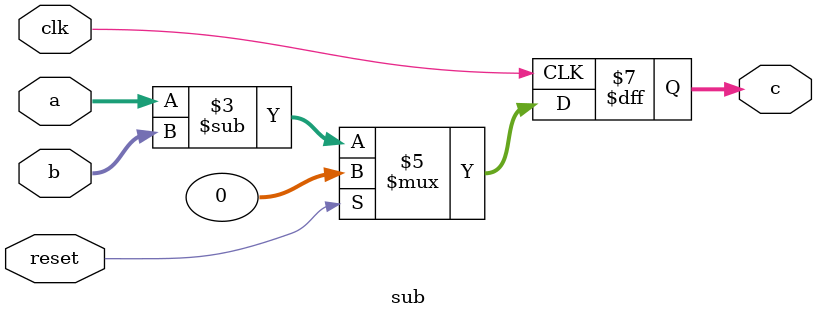
<source format=sv>

module sub
(
   input clk,
   input reset,

   input[31:0] a,
   input[31:0] b,

   output var[31:0] c
);
   always_ff @(posedge clk)
   begin
      if (reset == 1'b1)
      begin
         c = 0;
      end
      else
      begin
         c = a - b;
      end
   end

endmodule

</source>
